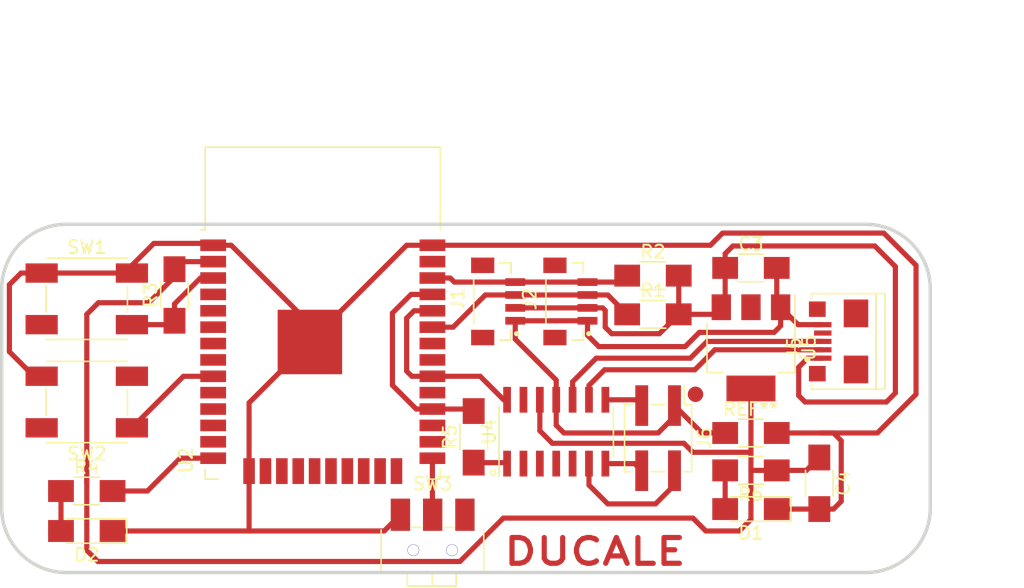
<source format=kicad_pcb>
(kicad_pcb (version 20211014) (generator pcbnew)
  (layers (0 "F.Cu" signal) (31 "B.Cu" signal) (34 "B.Paste" user) (35 "F.Paste" user) (36 "B.SilkS" user "B.Silkscreen") (37 "F.SilkS" user "F.Silkscreen") (38 "B.Mask" user) (39 "F.Mask" user) (44 "Edge.Cuts" user))
  (net 0 "")
  (net 1 "Net-(J2-PadS1)")
  (net 2 "Net-(R3-Pad1)")
  (net 3 "GND")
  (net 4 "+3V3")
  (net 5 "Net-(SW2-Pad1)")
  (net 6 "+5V")
  (net 7 "Net-(D1-Pad2)")
  (net 8 "Net-(SW3-Pad2)")
  (net 9 "SDA")
  (net 10 "SCL")
  (net 11 "D-")
  (net 12 "D+")
  (net 19 "RST")
  (net 32 "DIO")
  (net 38 "CLK")
  (net 39 "RX")
  (net 42 "TX")
  (net 48 "Net-(J1-PadS1)")
  (net 49 "Net-(D2-Pad2)")
  (net 50 "Net-(R4-Pad2)")
  (net 52 "Net-(R5-Pad1)")
  (footprint "fab:C_1206" (layer "F.Cu") (at 161.6 78.6 -90)
    (fp_text reference "C4" (at 0 -1.85 90) (layer "F.SilkS"))
    (fp_text value "1uF")
    (fp_line (start -1 -1.07) (end 1 -1.07) (layer "F.SilkS") (width 0.12))
    (fp_line (start 1 1.07) (end -1 1.07) (layer "F.SilkS") (width 0.12))
    (pad "1" smd rect (at -2 0 270) (size 2 1.7) (layers "F.Cu" "F.Paste" "F.Mask") (net 4 "+3V3"))
    (pad "2" smd rect (at 2 0 270) (size 2 1.7) (layers "F.Cu" "F.Paste" "F.Mask") (net 3 "GND"))
  )
  (footprint "fab:Button_Omron_B3SN_6.0x6.0mm" (layer "F.Cu") (at 104.8 64.3)
    (fp_text reference "SW1" (at 0 -4) (layer "F.SilkS"))
    (fp_text value "Button")
    (fp_line (start 3.15 3.15) (end -3.15 3.15) (layer "F.SilkS") (width 0.12))
    (fp_line (start -3.15 -3.15) (end 3.15 -3.15) (layer "F.SilkS") (width 0.12))
    (fp_line (start -3.15 1) (end -3.15 -1) (layer "F.SilkS") (width 0.12))
    (fp_line (start 3.15 -1) (end 3.15 1) (layer "F.SilkS") (width 0.12))
    (pad "1" smd rect (at 3.5 -2) (size 2.5 1.5) (layers "F.Cu" "F.Paste" "F.Mask") (net 3 "GND"))
    (pad "1" smd rect (at -3.5 -2) (size 2.5 1.5) (layers "F.Cu" "F.Paste" "F.Mask") (net 3 "GND"))
    (pad "2" smd rect (at -3.5 2) (size 2.5 1.5) (layers "F.Cu" "F.Paste" "F.Mask") (net 2 "Net-(R3-Pad1)"))
    (pad "2" smd rect (at 3.5 2) (size 2.5 1.5) (layers "F.Cu" "F.Paste" "F.Mask") (net 2 "Net-(R3-Pad1)"))
  )
  (footprint "fab:R_1206" (layer "F.Cu") (at 156.3 77.6 180)
    (fp_text reference "R6" (at 0 -1.85) (layer "F.SilkS"))
    (fp_text value "1K")
    (fp_line (start -1 -1.07) (end 1 -1.07) (layer "F.SilkS") (width 0.12))
    (fp_line (start 1 1.07) (end -1 1.07) (layer "F.SilkS") (width 0.12))
    (pad "1" smd rect locked (at -2 0 180) (size 2 1.7) (layers "F.Cu" "F.Paste" "F.Mask") (net 4 "+3V3"))
    (pad "2" smd rect locked (at 2 0 180) (size 2 1.7) (layers "F.Cu" "F.Paste" "F.Mask") (net 7 "Net-(D1-Pad2)"))
  )
  (footprint "fab:C_1206" (layer "F.Cu") (at 156.3 61.9)
    (fp_text reference "C3" (at 0 -1.85) (layer "F.SilkS"))
    (fp_text value "1uF")
    (fp_line (start -1 -1.07) (end 1 -1.07) (layer "F.SilkS") (width 0.12))
    (fp_line (start 1 1.07) (end -1 1.07) (layer "F.SilkS") (width 0.12))
    (pad "1" smd rect (at -2 0) (size 2 1.7) (layers "F.Cu" "F.Paste" "F.Mask") (net 6 "+5V"))
    (pad "2" smd rect (at 2 0) (size 2 1.7) (layers "F.Cu" "F.Paste" "F.Mask") (net 3 "GND"))
  )
  (footprint "fab:PinHeader_2x02_SWD_P2.54mm_Vertical_SMD" (layer "F.Cu") (at 149.1 75.1 -90)
    (fp_text reference "J6" (at 0 -3.6 90) (layer "F.SilkS"))
    (fp_text value "Programmer")
    (fp_circle (center -3.4 -2.9) (end -2.9 -2.9) (layer "F.Cu") (width 0.2) (fill solid))
    (fp_line (start 2.6 2.03) (end 2.6 2.6) (layer "F.SilkS") (width 0.12))
    (fp_line (start -2.6 -2.6) (end -2.6 -2.03) (layer "F.SilkS") (width 0.12))
    (fp_line (start 2.6 -0.51) (end 2.6 0.51) (layer "F.SilkS") (width 0.12))
    (fp_line (start -2.6 2.6) (end 2.6 2.6) (layer "F.SilkS") (width 0.12))
    (fp_line (start -2.6 2.03) (end -2.6 2.6) (layer "F.SilkS") (width 0.12))
    (fp_line (start -2.6 -0.51) (end -2.6 0.51) (layer "F.SilkS") (width 0.12))
    (fp_line (start -4.04 -2.03) (end -2.6 -2.03) (layer "F.SilkS") (width 0.12))
    (fp_line (start -2.6 -2.6) (end 2.6 -2.6) (layer "F.SilkS") (width 0.12))
    (fp_line (start 2.6 -2.6) (end 2.6 -2.03) (layer "F.SilkS") (width 0.12))
    (pad "1" smd rect (at -2.525 -1.27 270) (size 3.15 1) (layers "F.Cu" "F.Paste" "F.Mask") (net 3 "GND"))
    (pad "2" smd rect (at 2.525 -1.27 270) (size 3.15 1) (layers "F.Cu" "F.Paste" "F.Mask") (net 19 "RST"))
    (pad "3" smd rect (at -2.525 1.27 270) (size 3.15 1) (layers "F.Cu" "F.Paste" "F.Mask") (net 32 "DIO"))
    (pad "4" smd rect (at 2.525 1.27 270) (size 3.15 1) (layers "F.Cu" "F.Paste" "F.Mask") (net 38 "CLK"))
  )
  (footprint "fab:R_1206" (layer "F.Cu") (at 156.3 74.7)
    (fp_text reference "REF**" (at 0 -1.85) (layer "F.SilkS"))
    (fp_text value "R_1206")
    (fp_line (start 1 1.07) (end -1 1.07) (layer "F.SilkS") (width 0.12))
    (fp_line (start -1 -1.07) (end 1 -1.07) (layer "F.SilkS") (width 0.12))
    (pad "1" smd rect locked (at -2 0) (size 2 1.7) (layers "F.Cu" "F.Paste" "F.Mask") (net 3 "GND"))
    (pad "2" smd rect locked (at 2 0) (size 2 1.7) (layers "F.Cu" "F.Paste" "F.Mask") (net 3 "GND"))
  )
  (footprint "fab:R_1206" (layer "F.Cu") (at 111.6 64 90)
    (fp_text reference "R3" (at 0 -1.85 90) (layer "F.SilkS"))
    (fp_text value "10K")
    (fp_line (start -1 -1.07) (end 1 -1.07) (layer "F.SilkS") (width 0.12))
    (fp_line (start 1 1.07) (end -1 1.07) (layer "F.SilkS") (width 0.12))
    (pad "1" smd rect locked (at -2 0 90) (size 2 1.7) (layers "F.Cu" "F.Paste" "F.Mask") (net 2 "Net-(R3-Pad1)"))
    (pad "2" smd rect locked (at 2 0 90) (size 2 1.7) (layers "F.Cu" "F.Paste" "F.Mask") (net 4 "+3V3"))
  )
  (footprint "fab:ESP32-WROOM-32E" (layer "F.Cu") (at 123.1 68.4)
    (fp_text reference "U2" (at -10.61 8.43 90) (layer "F.SilkS"))
    (fp_text value "Radio_ESP32-WROOM-32E")
    (fp_line (start -9.12 -15.865) (end 9.12 -15.865) (layer "F.SilkS") (width 0.12))
    (fp_line (start 9.12 9.1) (end 9.12 9.88) (layer "F.SilkS") (width 0.12))
    (fp_line (start 9.12 9.88) (end 8.12 9.88) (layer "F.SilkS") (width 0.12))
    (fp_line (start 9.12 -15.865) (end 9.12 -9.445) (layer "F.SilkS") (width 0.12))
    (fp_line (start -9.12 9.1) (end -9.12 9.88) (layer "F.SilkS") (width 0.12))
    (fp_line (start -9.12 9.88) (end -8.12 9.88) (layer "F.SilkS") (width 0.12))
    (fp_line (start -9.12 -9.445) (end -9.5 -9.445) (layer "F.SilkS") (width 0.12))
    (fp_line (start -9.12 -15.865) (end -9.12 -9.445) (layer "F.SilkS") (width 0.12))
    (pad "1" smd rect locked (at -8.5 -8.255) (size 2 0.9) (layers "F.Cu" "F.Paste" "F.Mask") (net 3 "GND"))
    (pad "2" smd rect locked (at -8.5 -6.985) (size 2 0.9) (layers "F.Cu" "F.Paste" "F.Mask") (net 4 "+3V3"))
    (pad "3" smd rect locked (at -8.5 -5.715) (size 2 0.9) (layers "F.Cu" "F.Paste" "F.Mask") (net 2 "Net-(R3-Pad1)"))
    (pad "4" smd rect locked (at -8.5 -4.445) (size 2 0.9) (layers "F.Cu" "F.Paste" "F.Mask"))
    (pad "5" smd rect locked (at -8.5 -3.175) (size 2 0.9) (layers "F.Cu" "F.Paste" "F.Mask"))
    (pad "6" smd rect locked (at -8.5 -1.905) (size 2 0.9) (layers "F.Cu" "F.Paste" "F.Mask"))
    (pad "7" smd rect locked (at -8.5 -0.635) (size 2 0.9) (layers "F.Cu" "F.Paste" "F.Mask"))
    (pad "8" smd rect locked (at -8.5 0.635) (size 2 0.9) (layers "F.Cu" "F.Paste" "F.Mask"))
    (pad "9" smd rect locked (at -8.5 1.905) (size 2 0.9) (layers "F.Cu" "F.Paste" "F.Mask") (net 5 "Net-(SW2-Pad1)"))
    (pad "10" smd rect locked (at -8.5 3.175) (size 2 0.9) (layers "F.Cu" "F.Paste" "F.Mask"))
    (pad "11" smd rect locked (at -8.5 4.445) (size 2 0.9) (layers "F.Cu" "F.Paste" "F.Mask"))
    (pad "12" smd rect locked (at -8.5 5.715) (size 2 0.9) (layers "F.Cu" "F.Paste" "F.Mask"))
    (pad "13" smd rect locked (at -8.5 6.985) (size 2 0.9) (layers "F.Cu" "F.Paste" "F.Mask"))
    (pad "14" smd rect locked (at -8.5 8.255) (size 2 0.9) (layers "F.Cu" "F.Paste" "F.Mask") (net 50 "Net-(R4-Pad2)"))
    (pad "15" smd rect locked (at -5.715 9.255 90) (size 2 0.9) (layers "F.Cu" "F.Paste" "F.Mask") (net 3 "GND"))
    (pad "16" smd rect locked (at -4.445 9.255 90) (size 2 0.9) (layers "F.Cu" "F.Paste" "F.Mask"))
    (pad "17" smd rect locked (at -3.175 9.255 90) (size 2 0.9) (layers "F.Cu" "F.Paste" "F.Mask"))
    (pad "18" smd rect locked (at -1.905 9.255 90) (size 2 0.9) (layers "F.Cu" "F.Paste" "F.Mask"))
    (pad "19" smd rect locked (at -0.635 9.255 90) (size 2 0.9) (layers "F.Cu" "F.Paste" "F.Mask"))
    (pad "20" smd rect locked (at 0.635 9.255 90) (size 2 0.9) (layers "F.Cu" "F.Paste" "F.Mask"))
    (pad "21" smd rect locked (at 1.905 9.255 90) (size 2 0.9) (layers "F.Cu" "F.Paste" "F.Mask"))
    (pad "22" smd rect locked (at 3.175 9.255 90) (size 2 0.9) (layers "F.Cu" "F.Paste" "F.Mask"))
    (pad "23" smd rect locked (at 4.445 9.255 90) (size 2 0.9) (layers "F.Cu" "F.Paste" "F.Mask"))
    (pad "24" smd rect locked (at 5.715 9.255 90) (size 2 0.9) (layers "F.Cu" "F.Paste" "F.Mask"))
    (pad "25" smd rect locked (at 8.5 8.255) (size 2 0.9) (layers "F.Cu" "F.Paste" "F.Mask") (net 8 "Net-(SW3-Pad2)"))
    (pad "26" smd rect locked (at 8.5 6.985) (size 2 0.9) (layers "F.Cu" "F.Paste" "F.Mask"))
    (pad "27" smd rect locked (at 8.5 5.715) (size 2 0.9) (layers "F.Cu" "F.Paste" "F.Mask"))
    (pad "28" smd rect locked (at 8.5 4.445) (size 2 0.9) (layers "F.Cu" "F.Paste" "F.Mask") (net 39 "RX"))
    (pad "29" smd rect locked (at 8.5 3.175) (size 2 0.9) (layers "F.Cu" "F.Paste" "F.Mask"))
    (pad "30" smd rect locked (at 8.5 1.905) (size 2 0.9) (layers "F.Cu" "F.Paste" "F.Mask") (net 42 "TX"))
    (pad "31" smd rect locked (at 8.5 0.635) (size 2 0.9) (layers "F.Cu" "F.Paste" "F.Mask"))
    (pad "32" smd rect locked (at 8.5 -0.635) (size 2 0.9) (layers "F.Cu" "F.Paste" "F.Mask"))
    (pad "33" smd rect locked (at 8.5 -1.905) (size 2 0.9) (layers "F.Cu" "F.Paste" "F.Mask") (net 9 "SDA"))
    (pad "34" smd rect locked (at 8.5 -3.175) (size 2 0.9) (layers "F.Cu" "F.Paste" "F.Mask") (net 42 "TX"))
    (pad "35" smd rect locked (at 8.5 -4.445) (size 2 0.9) (layers "F.Cu" "F.Paste" "F.Mask") (net 39 "RX"))
    (pad "36" smd rect locked (at 8.5 -5.715) (size 2 0.9) (layers "F.Cu" "F.Paste" "F.Mask") (net 10 "SCL"))
    (pad "37" smd rect locked (at 8.5 -6.985) (size 2 0.9) (layers "F.Cu" "F.Paste" "F.Mask"))
    (pad "38" smd rect locked (at 8.5 -8.255) (size 2 0.9) (layers "F.Cu" "F.Paste" "F.Mask") (net 3 "GND"))
    (pad "39" smd rect locked (at -1 -0.755) (size 5 5) (layers "F.Cu" "F.Paste" "F.Mask") (net 3 "GND"))
  )
  (footprint "Package_TO_SOT_SMD:SOT-223-3_TabPin2" (layer "F.Cu") (at 156.3 68.1 -90)
    (fp_text reference "U5" (at 0 -4.5 90) (layer "F.SilkS"))
    (fp_text value "AMS1117-3.3")
    (fp_line (start -1.85 3.41) (end 1.91 3.41) (layer "F.SilkS") (width 0.12))
    (fp_line (start 1.91 -3.41) (end 1.91 -2.15) (layer "F.SilkS") (width 0.12))
    (fp_line (start -4.1 -3.41) (end 1.91 -3.41) (layer "F.SilkS") (width 0.12))
    (fp_line (start 1.91 3.41) (end 1.91 2.15) (layer "F.SilkS") (width 0.12))
    (pad "1" smd rect (at -3.15 -2.3 270) (size 2 1.5) (layers "F.Cu" "F.Paste" "F.Mask") (net 3 "GND"))
    (pad "2" smd rect (at 3.15 0 270) (size 2 3.8) (layers "F.Cu" "F.Paste" "F.Mask") (net 4 "+3V3"))
    (pad "2" smd rect (at -3.15 0 270) (size 2 1.5) (layers "F.Cu" "F.Paste" "F.Mask") (net 4 "+3V3"))
    (pad "3" smd rect (at -3.15 2.3 270) (size 2 1.5) (layers "F.Cu" "F.Paste" "F.Mask") (net 6 "+5V"))
  )
  (footprint "BM04B-SRSS-TB_LF__SN_:CONN_BM04B-SRSS-TB(LF)(SN)" (layer "F.Cu") (at 142.3 64.5 90)
    (fp_text reference "J2" (at 0.175 -3.15 90) (layer "F.SilkS"))
    (fp_text value "BM04B-SRSS-TB(LF)(SN)")
    (fp_line (start -3 0.125) (end -3 1) (layer "F.SilkS") (width 0.127))
    (fp_line (start 3 1) (end 2.2 1) (layer "F.SilkS") (width 0.127))
    (fp_line (start -1.7 -1.9) (end 1.7 -1.9) (layer "F.SilkS") (width 0.127))
    (fp_line (start -3 1) (end -2.2 1) (layer "F.SilkS") (width 0.127))
    (fp_line (start 3 0.125) (end 3 1) (layer "F.SilkS") (width 0.127))
    (fp_circle (center -2.5 1.425) (end -2.4 1.425) (layer "F.SilkS") (width 0.2) (fill none))
    (pad "1" smd rect locked (at -1.5 1.325 90) (size 0.6 1.55) (layers "F.Cu" "F.Paste" "F.Mask") (net 3 "GND"))
    (pad "2" smd rect locked (at -0.5 1.325 90) (size 0.6 1.55) (layers "F.Cu" "F.Paste" "F.Mask") (net 6 "+5V"))
    (pad "3" smd rect locked (at 0.5 1.325 90) (size 0.6 1.55) (layers "F.Cu" "F.Paste" "F.Mask") (net 9 "SDA"))
    (pad "4" smd rect locked (at 1.5 1.325 90) (size 0.6 1.55) (layers "F.Cu" "F.Paste" "F.Mask") (net 10 "SCL"))
    (pad "S1" smd rect locked (at -2.8 -1.2 90) (size 1.2 1.8) (layers "F.Cu" "F.Paste" "F.Mask") (net 1 "Net-(J2-PadS1)"))
    (pad "S2" smd rect locked (at 2.8 -1.2 90) (size 1.2 1.8) (layers "F.Cu" "F.Paste" "F.Mask") (net 1 "Net-(J2-PadS1)"))
  )
  (footprint "fab:LED_1206" (layer "F.Cu") (at 104.8 82.3 180)
    (fp_text reference "D2" (at 0 -1.85) (layer "F.SilkS"))
    (fp_text value "LED_1206")
    (fp_line (start -3.1 -0.95) (end 1.6 -0.95) (layer "F.SilkS") (width 0.12))
    (fp_line (start -3.1 -0.95) (end -3.1 0.95) (layer "F.SilkS") (width 0.12))
    (fp_line (start -3.1 0.95) (end 1.6 0.95) (layer "F.SilkS") (width 0.12))
    (pad "1" smd rect locked (at -2 0 180) (size 2 1.7) (layers "F.Cu" "F.Paste" "F.Mask") (net 3 "GND"))
    (pad "2" smd rect locked (at 2 0 180) (size 2 1.7) (layers "F.Cu" "F.Paste" "F.Mask") (net 49 "Net-(D2-Pad2)"))
  )
  (footprint "fab:R_1206" (layer "F.Cu") (at 148.7 62.5)
    (fp_text reference "R2" (at 0 -1.85) (layer "F.SilkS"))
    (fp_text value "4.7K")
    (fp_line (start 1 1.07) (end -1 1.07) (layer "F.SilkS") (width 0.12))
    (fp_line (start -1 -1.07) (end 1 -1.07) (layer "F.SilkS") (width 0.12))
    (pad "1" smd rect locked (at -2 0) (size 2 1.7) (layers "F.Cu" "F.Paste" "F.Mask") (net 10 "SCL"))
    (pad "2" smd rect locked (at 2 0) (size 2 1.7) (layers "F.Cu" "F.Paste" "F.Mask") (net 6 "+5V"))
  )
  (footprint "fab:Button_Omron_B3SN_6.0x6.0mm" (layer "F.Cu") (at 104.8 72.3 180)
    (fp_text reference "SW2" (at 0 -4) (layer "F.SilkS"))
    (fp_text value "Button")
    (fp_line (start 3.15 -1) (end 3.15 1) (layer "F.SilkS") (width 0.12))
    (fp_line (start -3.15 -3.15) (end 3.15 -3.15) (layer "F.SilkS") (width 0.12))
    (fp_line (start -3.15 1) (end -3.15 -1) (layer "F.SilkS") (width 0.12))
    (fp_line (start 3.15 3.15) (end -3.15 3.15) (layer "F.SilkS") (width 0.12))
    (pad "1" smd rect (at -3.5 -2 180) (size 2.5 1.5) (layers "F.Cu" "F.Paste" "F.Mask") (net 5 "Net-(SW2-Pad1)"))
    (pad "1" smd rect (at 3.5 -2 180) (size 2.5 1.5) (layers "F.Cu" "F.Paste" "F.Mask") (net 5 "Net-(SW2-Pad1)"))
    (pad "2" smd rect (at 3.5 2 180) (size 2.5 1.5) (layers "F.Cu" "F.Paste" "F.Mask") (net 3 "GND"))
    (pad "2" smd rect (at -3.5 2 180) (size 2.5 1.5) (layers "F.Cu" "F.Paste" "F.Mask") (net 3 "GND"))
  )
  (footprint "fab:SOIC-14_3.9x8.7mm_P1.27mm" (layer "F.Cu") (at 141.2 74.6 90)
    (fp_text reference "U4" (at 0 -5.2 90) (layer "F.SilkS"))
    (fp_text value "SAMD11C14A")
    (fp_line (start 0 -4.435) (end 1.95 -4.435) (layer "F.SilkS") (width 0.12))
    (fp_line (start 0 4.435) (end 1.95 4.435) (layer "F.SilkS") (width 0.12))
    (fp_line (start 0 -4.435) (end -3.45 -4.435) (layer "F.SilkS") (width 0.12))
    (fp_line (start 0 4.435) (end -1.95 4.435) (layer "F.SilkS") (width 0.12))
    (fp_circle (center -3.2 -4.9) (end -3.2 -4.7) (layer "F.SilkS") (width 0.12) (fill none))
    (pad "1" smd rect (at -2.475 -3.81 90) (size 2 0.6) (layers "F.Cu" "F.Paste" "F.Mask") (net 52 "Net-(R5-Pad1)"))
    (pad "2" smd rect (at -2.475 -2.54 90) (size 2 0.6) (layers "F.Cu" "F.Paste" "F.Mask"))
    (pad "3" smd rect (at -2.475 -1.27 90) (size 2 0.6) (layers "F.Cu" "F.Paste" "F.Mask"))
    (pad "4" smd rect (at -2.475 0 90) (size 2 0.6) (layers "F.Cu" "F.Paste" "F.Mask"))
    (pad "5" smd rect (at -2.475 1.27 90) (size 2 0.6) (layers "F.Cu" "F.Paste" "F.Mask"))
    (pad "6" smd rect (at -2.475 2.54 90) (size 2 0.6) (layers "F.Cu" "F.Paste" "F.Mask") (net 19 "RST"))
    (pad "7" smd rect (at -2.475 3.81 90) (size 2 0.6) (layers "F.Cu" "F.Paste" "F.Mask") (net 38 "CLK"))
    (pad "8" smd rect (at 2.475 3.81 90) (size 2 0.6) (layers "F.Cu" "F.Paste" "F.Mask") (net 32 "DIO"))
    (pad "9" smd rect (at 2.475 2.54 90) (size 2 0.6) (layers "F.Cu" "F.Paste" "F.Mask") (net 11 "D-"))
    (pad "10" smd rect (at 2.475 1.27 90) (size 2 0.6) (layers "F.Cu" "F.Paste" "F.Mask") (net 12 "D+"))
    (pad "11" smd rect (at 2.475 0 90) (size 2 0.6) (layers "F.Cu" "F.Paste" "F.Mask") (net 3 "GND"))
    (pad "12" smd rect (at 2.475 -1.27 90) (size 2 0.6) (layers "F.Cu" "F.Paste" "F.Mask") (net 4 "+3V3"))
    (pad "13" smd rect (at 2.475 -2.54 90) (size 2 0.6) (layers "F.Cu" "F.Paste" "F.Mask"))
    (pad "14" smd rect (at 2.475 -3.81 90) (size 2 0.6) (layers "F.Cu" "F.Paste" "F.Mask") (net 42 "TX"))
  )
  (footprint "fab:R_1206" (layer "F.Cu") (at 104.8 79.2)
    (fp_text reference "R4" (at 0 -1.85) (layer "F.SilkS"))
    (fp_text value "1K")
    (fp_line (start 1 1.07) (end -1 1.07) (layer "F.SilkS") (width 0.12))
    (fp_line (start -1 -1.07) (end 1 -1.07) (layer "F.SilkS") (width 0.12))
    (pad "1" smd rect locked (at -2 0) (size 2 1.7) (layers "F.Cu" "F.Paste" "F.Mask") (net 49 "Net-(D2-Pad2)"))
    (pad "2" smd rect locked (at 2 0) (size 2 1.7) (layers "F.Cu" "F.Paste" "F.Mask") (net 50 "Net-(R4-Pad2)"))
  )
  (footprint "fab:R_1206" (layer "F.Cu") (at 134.8 75 90)
    (fp_text reference "R5" (at 0 -1.85 90) (layer "F.SilkS"))
    (fp_text value "4.99k")
    (fp_line (start -1 -1.07) (end 1 -1.07) (layer "F.SilkS") (width 0.12))
    (fp_line (start 1 1.07) (end -1 1.07) (layer "F.SilkS") (width 0.12))
    (pad "1" smd rect locked (at -2 0 90) (size 2 1.7) (layers "F.Cu" "F.Paste" "F.Mask") (net 52 "Net-(R5-Pad1)"))
    (pad "2" smd rect locked (at 2 0 90) (size 2 1.7) (layers "F.Cu" "F.Paste" "F.Mask") (net 39 "RX"))
  )
  (footprint "fab:LED_1206" (layer "F.Cu") (at 156.3 80.6 180)
    (fp_text reference "D1" (at 0 -1.85) (layer "F.SilkS"))
    (fp_text value "BLUE")
    (fp_line (start -3.1 -0.95) (end 1.6 -0.95) (layer "F.SilkS") (width 0.12))
    (fp_line (start -3.1 0.95) (end 1.6 0.95) (layer "F.SilkS") (width 0.12))
    (fp_line (start -3.1 -0.95) (end -3.1 0.95) (layer "F.SilkS") (width 0.12))
    (pad "1" smd rect locked (at -2 0 180) (size 2 1.7) (layers "F.Cu" "F.Paste" "F.Mask") (net 3 "GND"))
    (pad "2" smd rect locked (at 2 0 180) (size 2 1.7) (layers "F.Cu" "F.Paste" "F.Mask") (net 7 "Net-(D1-Pad2)"))
  )
  (footprint "Connector_USB:MicroUSB_DX4R005HJ5R2000" (layer "F.Cu") (at 161.87 67.6 90)
    (fp_text reference "J5" (at -0.525365 -2.236565 90) (layer "F.SilkS") (effects (font (size 1.000701 1.000701))))
    (fp_text value "USB_B_Micro")
    (fp_line (start 3.71 -0.875) (end 3.3 -0.875) (layer "F.SilkS") (width 0.127))
    (fp_line (start -3.71 4.825) (end 3.71 4.825) (layer "F.SilkS") (width 0.127))
    (fp_line (start -3.71 -0.875) (end -3.3 -0.875) (layer "F.SilkS") (width 0.127))
    (fp_line (start 3.71 4.125) (end 3.71 4.8) (layer "F.SilkS") (width 0.127))
    (fp_line (start -3.71 4.125) (end 3.71 4.125) (layer "F.SilkS") (width 0.127))
    (fp_line (start 3.71 -0.875) (end 3.71 4.125) (layer "F.SilkS") (width 0.127))
    (fp_line (start -3.71 4.125) (end -3.71 -0.875) (layer "F.SilkS") (width 0.127))
    (fp_line (start -3.71 4.125) (end -3.71 4.8) (layer "F.SilkS") (width 0.127))
    (fp_circle (center -1.4 -1.2) (end -1.28 -1.2) (layer "F.SilkS") (width 0.24) (fill none))
    (pad "1" smd rect (at -1.3 0 90) (size 0.4 1.35) (layers "F.Cu" "F.Paste" "F.Mask") (net 6 "+5V"))
    (pad "2" smd rect (at -0.65 0 90) (size 0.4 1.35) (layers "F.Cu" "F.Paste" "F.Mask") (net 11 "D-"))
    (pad "3" smd rect (at 0 0 90) (size 0.4 1.35) (layers "F.Cu" "F.Paste" "F.Mask") (net 12 "D+"))
    (pad "4" smd rect (at 0.65 0 90) (size 0.4 1.35) (layers "F.Cu" "F.Paste" "F.Mask"))
    (pad "5" smd rect (at 1.3 0 90) (size 0.4 1.35) (layers "F.Cu" "F.Paste" "F.Mask") (net 3 "GND"))
    (pad "SH1" smd rect (at -2.5 -0.425 90) (size 1.2 1.3) (layers "F.Cu" "F.Paste" "F.Mask"))
    (pad "SH2" smd rect (at 2.5 -0.425 90) (size 1.2 1.3) (layers "F.Cu" "F.Paste" "F.Mask"))
    (pad "SH3" smd rect (at -2.175 2.575 90) (size 2.15 1.9) (layers "F.Cu" "F.Paste" "F.Mask"))
    (pad "SH4" smd rect (at 2.175 2.575 90) (size 2.15 1.9) (layers "F.Cu" "F.Paste" "F.Mask"))
  )
  (footprint "BM04B-SRSS-TB_LF__SN_:CONN_BM04B-SRSS-TB(LF)(SN)" (layer "F.Cu") (at 136.7 64.5 90)
    (fp_text reference "J1" (at 0.175 -3.15 90) (layer "F.SilkS"))
    (fp_text value "BM04B-SRSS-TB(LF)(SN)")
    (fp_line (start -3 1) (end -2.2 1) (layer "F.SilkS") (width 0.127))
    (fp_line (start 3 1) (end 2.2 1) (layer "F.SilkS") (width 0.127))
    (fp_line (start 3 0.125) (end 3 1) (layer "F.SilkS") (width 0.127))
    (fp_line (start -1.7 -1.9) (end 1.7 -1.9) (layer "F.SilkS") (width 0.127))
    (fp_line (start -3 0.125) (end -3 1) (layer "F.SilkS") (width 0.127))
    (fp_circle (center -2.5 1.425) (end -2.4 1.425) (layer "F.SilkS") (width 0.2) (fill none))
    (pad "1" smd rect locked (at -1.5 1.325 90) (size 0.6 1.55) (layers "F.Cu" "F.Paste" "F.Mask") (net 3 "GND"))
    (pad "2" smd rect locked (at -0.5 1.325 90) (size 0.6 1.55) (layers "F.Cu" "F.Paste" "F.Mask") (net 6 "+5V"))
    (pad "3" smd rect locked (at 0.5 1.325 90) (size 0.6 1.55) (layers "F.Cu" "F.Paste" "F.Mask") (net 9 "SDA"))
    (pad "4" smd rect locked (at 1.5 1.325 90) (size 0.6 1.55) (layers "F.Cu" "F.Paste" "F.Mask") (net 10 "SCL"))
    (pad "S1" smd rect locked (at -2.8 -1.2 90) (size 1.2 1.8) (layers "F.Cu" "F.Paste" "F.Mask") (net 48 "Net-(J1-PadS1)"))
    (pad "S2" smd rect locked (at 2.8 -1.2 90) (size 1.2 1.8) (layers "F.Cu" "F.Paste" "F.Mask") (net 48 "Net-(J1-PadS1)"))
  )
  (footprint "fab:R_1206" (layer "F.Cu") (at 148.7 65.5)
    (fp_text reference "R1" (at 0 -1.85) (layer "F.SilkS"))
    (fp_text value "4.7K")
    (fp_line (start 1 1.07) (end -1 1.07) (layer "F.SilkS") (width 0.12))
    (fp_line (start -1 -1.07) (end 1 -1.07) (layer "F.SilkS") (width 0.12))
    (pad "1" smd rect locked (at -2 0) (size 2 1.7) (layers "F.Cu" "F.Paste" "F.Mask") (net 9 "SDA"))
    (pad "2" smd rect locked (at 2 0) (size 2 1.7) (layers "F.Cu" "F.Paste" "F.Mask") (net 6 "+5V"))
  )
  (footprint "fab:Switch_SPDT_CnK_AYZ0102AGRLC_7.2x3mm_P2.5mm" (layer "F.Cu") (at 131.62 83.79)
    (fp_text reference "SW3" (at -0.01 -5.15) (layer "F.SilkS"))
    (fp_text value "Switch")
    (fp_line (start -4 -1.56) (end -4 1.73) (layer "F.SilkS") (width 0.12))
    (fp_line (start 0.8 -1.77) (end 1.67 -1.77) (layer "F.SilkS") (width 0.12))
    (fp_line (start -1.97 2.78) (end 1.82 2.78) (layer "F.SilkS") (width 0.12))
    (fp_line (start -1.97 1.84) (end -1.97 2.78) (layer "F.SilkS") (width 0.12))
    (fp_line (start -0.02 1.82) (end -0.02 2.77) (layer "F.SilkS") (width 0.12))
    (fp_line (start 1.82 2.78) (end 1.82 1.84) (layer "F.SilkS") (width 0.12))
    (fp_line (start -1.68 -1.78) (end -0.83 -1.78) (layer "F.SilkS") (width 0.12))
    (fp_line (start 3.96 -1.6) (end 3.96 1.67) (layer "F.SilkS") (width 0.12))
    (pad "" np_thru_hole circle (at 1.5 0) (size 0.9 0.9) (drill 0.85) (layers *.Cu *.Mask))
    (pad "" np_thru_hole circle (at -1.5 0) (size 0.9 0.9) (drill 0.85) (layers *.Cu *.Mask))
    (pad "1" smd rect (at -2.5 -2.75) (size 1.5 2.5) (layers "F.Cu" "F.Paste" "F.Mask") (net 3 "GND"))
    (pad "2" smd rect (at 0 -2.75) (size 1.5 2.5) (layers "F.Cu" "F.Paste" "F.Mask") (net 8 "Net-(SW3-Pad2)"))
    (pad "3" smd rect (at 2.5 -2.75) (size 1.5 2.5) (layers "F.Cu" "F.Paste" "F.Mask"))
  )
  (gr_line (start 169.978608 82.006015) (end 169.9 82.238336) (layer "Edge.Cuts") (width 0.264582))
  (gr_line (start 166.211072 85.417586) (end 165.964849 85.461557) (layer "Edge.Cuts") (width 0.264582))
  (gr_line (start 169.479531 60.926485) (end 169.599925 61.13587) (layer "Edge.Cuts") (width 0.264582))
  (gr_line (start 169.9 61.8) (end 169.978608 62.03232) (layer "Edge.Cuts") (width 0.264582))
  (gr_line (start 98.428187 62.03232) (end 98.506795 61.8) (layer "Edge.Cuts") (width 0.264582))
  (gr_line (start 100.022932 59.660924) (end 100.211817 59.51249) (layer "Edge.Cuts") (width 0.264582))
  (gr_line (start 100.610715 84.795301) (end 100.407849 84.665247) (layer "Edge.Cuts") (width 0.264582))
  (gr_line (start 102.195722 58.62075) (end 102.441945 58.576779) (layer "Edge.Cuts") (width 0.264582))
  (gr_line (start 167.149623 58.912092) (end 167.371104 59.012222) (layer "Edge.Cuts") (width 0.264582))
  (gr_line (start 169.9 82.238336) (end 169.810474 82.465394) (layer "Edge.Cuts") (width 0.264582))
  (gr_line (start 169.210075 83.510748) (end 169.061641 83.699633) (layer "Edge.Cuts") (width 0.264582))
  (gr_line (start 170.196893 63.261868) (end 170.203399 63.519168) (layer "Edge.Cuts") (width 0.264582))
  (gr_line (start 100.610715 59.243034) (end 100.820099 59.122641) (layer "Edge.Cuts") (width 0.264582))
  (gr_line (start 103.203396 58.519168) (end 103.203396 58.519168) (layer "Edge.Cuts") (width 0.264582))
  (gr_line (start 101.257171 85.126243) (end 101.03569 85.026114) (layer "Edge.Cuts") (width 0.264582))
  (gr_line (start 169.810474 61.572942) (end 169.9 61.8) (layer "Edge.Cuts") (width 0.264582))
  (gr_line (start 101.484229 85.215769) (end 101.257171 85.126243) (layer "Edge.Cuts") (width 0.264582))
  (gr_line (start 98.428187 82.006015) (end 98.36081 81.768746) (layer "Edge.Cuts") (width 0.264582))
  (gr_line (start 102.441945 85.461557) (end 102.195722 85.417586) (layer "Edge.Cuts") (width 0.264582))
  (gr_line (start 102.946097 58.525674) (end 103.203396 58.519168) (layer "Edge.Cuts") (width 0.264582))
  (gr_line (start 98.927263 60.926485) (end 99.057318 60.72362) (layer "Edge.Cuts") (width 0.264582))
  (gr_line (start 101.484229 58.822566) (end 101.716549 58.743958) (layer "Edge.Cuts") (width 0.264582))
  (gr_line (start 168.194977 84.525845) (end 167.998945 84.665247) (layer "Edge.Cuts") (width 0.264582))
  (gr_line (start 168.738932 84.054702) (end 168.565285 84.220259) (layer "Edge.Cuts") (width 0.264582))
  (gr_line (start 169.349477 83.314716) (end 169.210075 83.510748) (layer "Edge.Cuts") (width 0.264582))
  (gr_line (start 98.229211 81.030389) (end 98.209903 80.776467) (layer "Edge.Cuts") (width 0.264582))
  (gr_line (start 165.203399 85.519168) (end 103.203396 85.519168) (layer "Edge.Cuts") (width 0.264582))
  (gr_line (start 99.667863 59.983634) (end 99.841509 59.818077) (layer "Edge.Cuts") (width 0.264582))
  (gr_line (start 101.953818 58.676581) (end 102.195722 58.62075) (layer "Edge.Cuts") (width 0.264582))
  (gr_line (start 101.257171 58.912092) (end 101.484229 58.822566) (layer "Edge.Cuts") (width 0.264582))
  (gr_line (start 166.452976 85.361755) (end 166.211072 85.417586) (layer "Edge.Cuts") (width 0.264582))
  (gr_line (start 168.194977 59.51249) (end 168.383862 59.660924) (layer "Edge.Cuts") (width 0.264582))
  (gr_line (start 102.195722 85.417586) (end 101.953818 85.361755) (layer "Edge.Cuts") (width 0.264582))
  (gr_line (start 165.203399 85.519168) (end 165.203399 85.519168) (layer "Edge.Cuts") (width 0.264582))
  (gr_line (start 169.599925 82.902465) (end 169.479531 83.11185) (layer "Edge.Cuts") (width 0.264582))
  (gr_line (start 165.714619 58.544982) (end 165.964849 58.576779) (layer "Edge.Cuts") (width 0.264582))
  (gr_line (start 165.714619 85.493353) (end 165.460698 85.512662) (layer "Edge.Cuts") (width 0.264582))
  (gr_line (start 169.479531 83.11185) (end 169.349477 83.314716) (layer "Edge.Cuts") (width 0.264582))
  (gr_line (start 169.978608 62.03232) (end 170.045985 62.26959) (layer "Edge.Cuts") (width 0.264582))
  (gr_line (start 101.716549 58.743958) (end 101.953818 58.676581) (layer "Edge.Cuts") (width 0.264582))
  (gr_line (start 101.953818 85.361755) (end 101.716549 85.294378) (layer "Edge.Cuts") (width 0.264582))
  (gr_line (start 166.922565 58.822566) (end 167.149623 58.912092) (layer "Edge.Cuts") (width 0.264582))
  (gr_line (start 166.690245 85.294378) (end 166.452976 85.361755) (layer "Edge.Cuts") (width 0.264582))
  (gr_line (start 170.145787 81.280619) (end 170.101816 81.526843) (layer "Edge.Cuts") (width 0.264582))
  (gr_line (start 168.383862 59.660924) (end 168.565285 59.818077) (layer "Edge.Cuts") (width 0.264582))
  (gr_line (start 165.203399 58.519168) (end 165.460698 58.525674) (layer "Edge.Cuts") (width 0.264582))
  (gr_line (start 98.596322 82.465394) (end 98.506795 82.238336) (layer "Edge.Cuts") (width 0.264582))
  (gr_line (start 100.211817 59.51249) (end 100.407849 59.373089) (layer "Edge.Cuts") (width 0.264582))
  (gr_line (start 101.716549 85.294378) (end 101.484229 85.215769) (layer "Edge.Cuts") (width 0.264582))
  (gr_line (start 101.03569 59.012222) (end 101.257171 58.912092) (layer "Edge.Cuts") (width 0.264582))
  (gr_line (start 98.209903 80.776467) (end 98.203397 80.519168) (layer "Edge.Cuts") (width 0.264582))
  (gr_line (start 167.796079 59.243034) (end 167.998945 59.373089) (layer "Edge.Cuts") (width 0.264582))
  (gr_line (start 169.061641 60.338703) (end 169.210075 60.527588) (layer "Edge.Cuts") (width 0.264582))
  (gr_line (start 168.565285 84.220259) (end 168.383862 84.377411) (layer "Edge.Cuts") (width 0.264582))
  (gr_line (start 98.506795 61.8) (end 98.596322 61.572942) (layer "Edge.Cuts") (width 0.264582))
  (gr_line (start 170.145787 62.757717) (end 170.177584 63.007947) (layer "Edge.Cuts") (width 0.264582))
  (gr_line (start 166.211072 58.62075) (end 166.452976 58.676581) (layer "Edge.Cuts") (width 0.264582))
  (gr_line (start 102.946097 85.512662) (end 102.692175 85.493353) (layer "Edge.Cuts") (width 0.264582))
  (gr_line (start 169.210075 60.527588) (end 169.349477 60.72362) (layer "Edge.Cuts") (width 0.264582))
  (gr_line (start 165.964849 58.576779) (end 166.211072 58.62075) (layer "Edge.Cuts") (width 0.264582))
  (gr_line (start 98.203397 80.519168) (end 98.203397 63.519168) (layer "Edge.Cuts") (width 0.264582))
  (gr_line (start 98.80687 61.13587) (end 98.927263 60.926485) (layer "Edge.Cuts") (width 0.264582))
  (gr_line (start 100.407849 84.665247) (end 100.211817 84.525845) (layer "Edge.Cuts") (width 0.264582))
  (gr_line (start 100.211817 84.525845) (end 100.022932 84.377411) (layer "Edge.Cuts") (width 0.264582))
  (gr_line (start 103.203396 85.519168) (end 102.946097 85.512662) (layer "Edge.Cuts") (width 0.264582))
  (gr_line (start 170.101816 62.511493) (end 170.145787 62.757717) (layer "Edge.Cuts") (width 0.264582))
  (gr_line (start 168.738932 59.983634) (end 168.904488 60.15728) (layer "Edge.Cuts") (width 0.264582))
  (gr_line (start 165.460698 85.512662) (end 165.203399 85.519168) (layer "Edge.Cuts") (width 0.264582))
  (gr_line (start 102.692175 58.544982) (end 102.946097 58.525674) (layer "Edge.Cuts") (width 0.264582))
  (gr_line (start 169.710344 61.351461) (end 169.810474 61.572942) (layer "Edge.Cuts") (width 0.264582))
  (gr_line (start 99.345154 83.699633) (end 99.19672 83.510748) (layer "Edge.Cuts") (width 0.264582))
  (gr_line (start 170.196893 80.776467) (end 170.177584 81.030389) (layer "Edge.Cuts") (width 0.264582))
  (gr_line (start 167.371104 59.012222) (end 167.586694 59.122641) (layer "Edge.Cuts") (width 0.264582))
  (gr_line (start 169.810474 82.465394) (end 169.710344 82.686875) (layer "Edge.Cuts") (width 0.264582))
  (gr_line (start 98.596322 61.572942) (end 98.696451 61.351461) (layer "Edge.Cuts") (width 0.264582))
  (gr_line (start 167.586694 84.915695) (end 167.371104 85.026114) (layer "Edge.Cuts") (width 0.264582))
  (gr_line (start 168.904488 83.881055) (end 168.738932 84.054702) (layer "Edge.Cuts") (width 0.264582))
  (gr_line (start 99.19672 83.510748) (end 99.057318 83.314716) (layer "Edge.Cuts") (width 0.264582))
  (gr_line (start 98.927263 83.11185) (end 98.80687 82.902465) (layer "Edge.Cuts") (width 0.264582))
  (gr_line (start 170.177584 81.030389) (end 170.145787 81.280619) (layer "Edge.Cuts") (width 0.264582))
  (gr_line (start 168.904488 60.15728) (end 169.061641 60.338703) (layer "Edge.Cuts") (width 0.264582))
  (gr_line (start 170.203399 63.519168) (end 170.203399 80.519168) (layer "Edge.Cuts") (width 0.264582))
  (gr_line (start 166.690245 58.743958) (end 166.922565 58.822566) (layer "Edge.Cuts") (width 0.264582))
  (gr_line (start 98.696451 82.686875) (end 98.596322 82.465394) (layer "Edge.Cuts") (width 0.264582))
  (gr_line (start 98.304979 81.526843) (end 98.261008 81.280619) (layer "Edge.Cuts") (width 0.264582))
  (gr_line (start 167.149623 85.126243) (end 166.922565 85.215769) (layer "Edge.Cuts") (width 0.264582))
  (gr_line (start 99.057318 83.314716) (end 98.927263 83.11185) (layer "Edge.Cuts") (width 0.264582))
  (gr_line (start 169.599925 61.13587) (end 169.710344 61.351461) (layer "Edge.Cuts") (width 0.264582))
  (gr_line (start 167.371104 85.026114) (end 167.149623 85.126243) (layer "Edge.Cuts") (width 0.264582))
  (gr_line (start 100.022932 84.377411) (end 99.841509 84.220259) (layer "Edge.Cuts") (width 0.264582))
  (gr_line (start 103.203396 58.519168) (end 165.203399 58.519168) (layer "Edge.Cuts") (width 0.264582))
  (gr_line (start 100.407849 59.373089) (end 100.610715 59.243034) (layer "Edge.Cuts") (width 0.264582))
  (gr_line (start 99.19672 60.527588) (end 99.345154 60.338703) (layer "Edge.Cuts") (width 0.264582))
  (gr_line (start 101.03569 85.026114) (end 100.820099 84.915695) (layer "Edge.Cuts") (width 0.264582))
  (gr_line (start 102.692175 85.493353) (end 102.441945 85.461557) (layer "Edge.Cuts") (width 0.264582))
  (gr_line (start 169.710344 82.686875) (end 169.599925 82.902465) (layer "Edge.Cuts") (width 0.264582))
  (gr_line (start 98.203397 80.519168) (end 98.203397 80.519168) (layer "Edge.Cuts") (width 0.264582))
  (gr_line (start 98.261008 62.757717) (end 98.304979 62.511493) (layer "Edge.Cuts") (width 0.264582))
  (gr_line (start 99.841509 59.818077) (end 100.022932 59.660924) (layer "Edge.Cuts") (width 0.264582))
  (gr_line (start 170.045985 81.768746) (end 169.978608 82.006015) (layer "Edge.Cuts") (width 0.264582))
  (gr_line (start 99.841509 84.220259) (end 99.667863 84.054702) (layer "Edge.Cuts") (width 0.264582))
  (gr_line (start 98.229211 63.007947) (end 98.261008 62.757717) (layer "Edge.Cuts") (width 0.264582))
  (gr_line (start 98.696451 61.351461) (end 98.80687 61.13587) (layer "Edge.Cuts") (width 0.264582))
  (gr_line (start 98.506795 82.238336) (end 98.428187 82.006015) (layer "Edge.Cuts") (width 0.264582))
  (gr_line (start 99.057318 60.72362) (end 99.19672 60.527588) (layer "Edge.Cuts") (width 0.264582))
  (gr_line (start 168.565285 59.818077) (end 168.738932 59.983634) (layer "Edge.Cuts") (width 0.264582))
  (gr_line (start 98.261008 81.280619) (end 98.229211 81.030389) (layer "Edge.Cuts") (width 0.264582))
  (gr_line (start 167.998945 59.373089) (end 168.194977 59.51249) (layer "Edge.Cuts") (width 0.264582))
  (gr_line (start 98.203397 63.519168) (end 98.203397 63.519168) (layer "Edge.Cuts") (width 0.264582))
  (gr_line (start 98.36081 81.768746) (end 98.304979 81.526843) (layer "Edge.Cuts") (width 0.264582))
  (gr_line (start 170.177584 63.007947) (end 170.196893 63.261868) (layer "Edge.Cuts") (width 0.264582))
  (gr_line (start 100.820099 59.122641) (end 101.03569 59.012222) (layer "Edge.Cuts") (width 0.264582))
  (gr_line (start 99.667863 84.054702) (end 99.502306 83.881055) (layer "Edge.Cuts") (width 0.264582))
  (gr_line (start 165.964849 85.461557) (end 165.714619 85.493353) (layer "Edge.Cuts") (width 0.264582))
  (gr_line (start 169.061641 83.699633) (end 168.904488 83.881055) (layer "Edge.Cuts") (width 0.264582))
  (gr_line (start 99.502306 60.15728) (end 99.667863 59.983634) (layer "Edge.Cuts") (width 0.264582))
  (gr_line (start 166.452976 58.676581) (end 166.690245 58.743958) (layer "Edge.Cuts") (width 0.264582))
  (gr_line (start 103.203396 85.519168) (end 103.203396 85.519168) (layer "Edge.Cuts") (width 0.264582))
  (gr_line (start 170.203399 80.519168) (end 170.203399 80.519168) (layer "Edge.Cuts") (width 0.264582))
  (gr_line (start 170.203399 80.519168) (end 170.196893 80.776467) (layer "Edge.Cuts") (width 0.264582))
  (gr_line (start 169.349477 60.72362) (end 169.479531 60.926485) (layer "Edge.Cuts") (width 0.264582))
  (gr_line (start 166.922565 85.215769) (end 166.690245 85.294378) (layer "Edge.Cuts") (width 0.264582))
  (gr_line (start 170.203399 63.519168) (end 170.203399 63.519168) (layer "Edge.Cuts") (width 0.264582))
  (gr_line (start 98.36081 62.26959) (end 98.428187 62.03232) (layer "Edge.Cuts") (width 0.264582))
  (gr_line (start 98.203397 63.519168) (end 98.209903 63.261868) (layer "Edge.Cuts") (width 0.264582))
  (gr_line (start 165.203399 58.519168) (end 165.203399 58.519168) (layer "Edge.Cuts") (width 0.264582))
  (gr_line (start 98.304979 62.511493) (end 98.36081 62.26959) (layer "Edge.Cuts") (width 0.264582))
  (gr_line (start 170.101816 81.526843) (end 170.045985 81.768746) (layer "Edge.Cuts") (width 0.264582))
  (gr_line (start 167.586694 59.122641) (end 167.796079 59.243034) (layer "Edge.Cuts") (width 0.264582))
  (gr_line (start 100.820099 84.915695) (end 100.610715 84.795301) (layer "Edge.Cuts") (width 0.264582))
  (gr_line (start 103.203396 58.519168) (end 103.203396 58.519168) (layer "Edge.Cuts") (width 0.264582))
  (gr_line (start 99.502306 83.881055) (end 99.345154 83.699633) (layer "Edge.Cuts") (width 0.264582))
  (gr_line (start 168.383862 84.377411) (end 168.194977 84.525845) (layer "Edge.Cuts") (width 0.264582))
  (gr_line (start 170.045985 62.26959) (end 170.101816 62.511493) (layer "Edge.Cuts") (width 0.264582))
  (gr_line (start 165.460698 58.525674) (end 165.714619 58.544982) (layer "Edge.Cuts") (width 0.264582))
  (gr_line (start 102.441945 58.576779) (end 102.692175 58.544982) (layer "Edge.Cuts") (width 0.264582))
  (gr_line (start 167.998945 84.665247) (end 167.796079 84.795301) (layer "Edge.Cuts") (width 0.264582))
  (gr_line (start 98.209903 63.261868) (end 98.229211 63.007947) (layer "Edge.Cuts") (width 0.264582))
  (gr_line (start 98.80687 82.902465) (end 98.696451 82.686875) (layer "Edge.Cuts") (width 0.264582))
  (gr_line (start 99.345154 60.338703) (end 99.502306 60.15728) (layer "Edge.Cuts") (width 0.264582))
  (gr_line (start 167.796079 84.795301) (end 167.586694 84.915695) (layer "Edge.Cuts") (width 0.264582))
  (gr_text "DUCALE" (at 144.2 83.9) (layer "F.Cu") (effects (font (size 2 2.5) (thickness 0.4))))
  (segment (start 108.3 66.3) (end 111.3 66.3) (width 0.4) (layer "F.Cu") (net 2))
  (segment (start 111.6 64.7) (end 113.615 62.685) (width 0.4) (layer "F.Cu") (net 2))
  (segment (start 111.3 66.3) (end 111.6 66) (width 0.4) (layer "F.Cu") (net 2))
  (segment (start 113.615 62.685) (end 114.6 62.685) (width 0.4) (layer "F.Cu") (net 2))
  (segment (start 111.6 66) (end 111.6 64.7) (width 0.4) (layer "F.Cu") (net 2))
  (segment (start 99.7 62.3) (end 98.8 63.2) (width 0.4) (layer "F.Cu") (net 3))
  (segment (start 152.3 66.9) (end 158.1 66.9) (width 0.4) (layer "F.Cu") (net 3))
  (segment (start 162.7 80.6) (end 161.6 80.6) (width 0.4) (layer "F.Cu") (net 3))
  (segment (start 108.3 61.7) (end 110 60) (width 0.4) (layer "F.Cu") (net 3))
  (segment (start 117.385 82.285) (end 117.4 82.3) (width 0.4) (layer "F.Cu") (net 3))
  (segment (start 166.6 59.2) (end 169.1 61.7) (width 0.4) (layer "F.Cu") (net 3))
  (segment (start 138.025 67.425) (end 141.2 70.6) (width 0.4) (layer "F.Cu") (net 3))
  (segment (start 158.3 64.65) (end 158.6 64.95) (width 0.4) (layer "F.Cu") (net 3))
  (segment (start 138.025 66) (end 143.625 66) (width 0.4) (layer "F.Cu") (net 3))
  (segment (start 98.8 68.4) (end 100.7 70.3) (width 0.4) (layer "F.Cu") (net 3))
  (segment (start 141.2 72.125) (end 141.2 74.1) (width 0.4) (layer "F.Cu") (net 3))
  (segment (start 114.455 60) (end 114.6 60.145) (width 0.4) (layer "F.Cu") (net 3))
  (segment (start 107.115 81.985) (end 106.8 82.3) (width 0.4) (layer "F.Cu") (net 3))
  (segment (start 141.2 70.6) (end 141.2 72.125) (width 0.4) (layer "F.Cu") (net 3))
  (segment (start 158.3 61.9) (end 158.3 64.65) (width 0.4) (layer "F.Cu") (net 3))
  (segment (start 158.1 66.9) (end 158.6 66.4) (width 0.4) (layer "F.Cu") (net 3))
  (segment (start 144.5 68) (end 151.2 68) (width 0.4) (layer "F.Cu") (net 3))
  (segment (start 98.8 63.2) (end 98.8 68.4) (width 0.4) (layer "F.Cu") (net 3))
  (segment (start 158.3 74.7) (end 161.7 74.7) (width 0.4) (layer "F.Cu") (net 3))
  (segment (start 131.6 60.145) (end 129.6 60.145) (width 0.4) (layer "F.Cu") (net 3))
  (segment (start 149.1 74.7) (end 150.37 73.43) (width 0.4) (layer "F.Cu") (net 3))
  (segment (start 110 60) (end 114.455 60) (width 0.4) (layer "F.Cu") (net 3))
  (segment (start 143.625 67.125) (end 144.5 68) (width 0.4) (layer "F.Cu") (net 3))
  (segment (start 106.8 82.3) (end 117.4 82.3) (width 0.4) (layer "F.Cu") (net 3))
  (segment (start 152.495 74.7) (end 150.37 72.575) (width 0.4) (layer "F.Cu") (net 3))
  (segment (start 169.1 61.7) (end 169.1 71.7) (width 0.4) (layer "F.Cu") (net 3))
  (segment (start 154.3 74.7) (end 152.495 74.7) (width 0.4) (layer "F.Cu") (net 3))
  (segment (start 122.1 67.645) (end 117.385 72.36) (width 0.4) (layer "F.Cu") (net 3))
  (segment (start 161.7 74.7) (end 162.7 74.7) (width 0.4) (layer "F.Cu") (net 3))
  (segment (start 117.385 72.36) (end 117.385 77.655) (width 0.4) (layer "F.Cu") (net 3))
  (segment (start 141.2 74.1) (end 141.8 74.7) (width 0.4) (layer "F.Cu") (net 3))
  (segment (start 151.2 68) (end 152.3 66.9) (width 0.4) (layer "F.Cu") (net 3))
  (segment (start 138.025 66) (end 138.025 67.425) (width 0.4) (layer "F.Cu") (net 3))
  (segment (start 169.1 71.7) (end 166.1 74.7) (width 0.4) (layer "F.Cu") (net 3))
  (segment (start 131.6 60.145) (end 153.155 60.145) (width 0.4) (layer "F.Cu") (net 3))
  (segment (start 159.95 66.3) (end 158.6 64.95) (width 0.4) (layer "F.Cu") (net 3))
  (segment (start 166.1 74.7) (end 161.7 74.7) (width 0.4) (layer "F.Cu") (net 3))
  (segment (start 158.3 80.6) (end 161.6 80.6) (width 0.4) (layer "F.Cu") (net 3))
  (segment (start 101.3 62.3) (end 99.7 62.3) (width 0.4) (layer "F.Cu") (net 3))
  (segment (start 163.3 75.3) (end 163.3 80) (width 0.4) (layer "F.Cu") (net 3))
  (segment (start 100.7 70.3) (end 101.3 70.3) (width 0.4) (layer "F.Cu") (net 3))
  (segment (start 108.3 62.3) (end 108.3 61.7) (width 0.4) (layer "F.Cu") (net 3))
  (segment (start 161.87 66.3) (end 159.95 66.3) (width 0.4) (layer "F.Cu") (net 3))
  (segment (start 143.625 66) (end 143.625 67.125) (width 0.4) (layer "F.Cu") (net 3))
  (segment (start 122.1 66.245) (end 122.1 67.645) (width 0.4) (layer "F.Cu") (net 3))
  (segment (start 116 60.145) (end 122.1 66.245) (width 0.4) (layer "F.Cu") (net 3))
  (segment (start 141.8 74.7) (end 149.1 74.7) (width 0.4) (layer "F.Cu") (net 3))
  (segment (start 117.385 77.655) (end 117.385 82.285) (width 0.4) (layer "F.Cu") (net 3))
  (segment (start 153.155 60.145) (end 154.1 59.2) (width 0.4) (layer "F.Cu") (net 3))
  (segment (start 154.1 59.2) (end 166.6 59.2) (width 0.4) (layer "F.Cu") (net 3))
  (segment (start 150.37 73.43) (end 150.37 72.575) (width 0.4) (layer "F.Cu") (net 3))
  (segment (start 162.7 74.7) (end 163.3 75.3) (width 0.4) (layer "F.Cu") (net 3))
  (segment (start 163.3 80) (end 162.7 80.6) (width 0.4) (layer "F.Cu") (net 3))
  (segment (start 129.6 60.145) (end 122.1 67.645) (width 0.4) (layer "F.Cu") (net 3))
  (segment (start 101.3 62.3) (end 108.3 62.3) (width 0.4) (layer "F.Cu") (net 3))
  (segment (start 158.6 66.4) (end 158.6 64.95) (width 0.4) (layer "F.Cu") (net 3))
  (segment (start 127.86 82.3) (end 129.12 81.04) (width 0.4) (layer "F.Cu") (net 3))
  (segment (start 117.4 82.3) (end 127.86 82.3) (width 0.4) (layer "F.Cu") (net 3))
  (segment (start 114.6 60.145) (end 116 60.145) (width 0.4) (layer "F.Cu") (net 3))
  (segment (start 139.93 74.53) (end 140.9 75.5) (width 0.4) (layer "F.Cu") (net 4))
  (segment (start 156.3 81.4) (end 156.3 77.6) (width 0.4) (layer "F.Cu") (net 4))
  (segment (start 140.9 75.5) (end 151.1 75.5) (width 0.4) (layer "F.Cu") (net 4))
  (segment (start 158.3 77.6) (end 156.3 77.6) (width 0.4) (layer "F.Cu") (net 4))
  (segment (start 111.6 62.6) (end 109.6 64.6) (width 0.4) (layer "F.Cu") (net 4))
  (segment (start 158.3 77.6) (end 160.6 77.6) (width 0.4) (layer "F.Cu") (net 4))
  (segment (start 152.8 82.3) (end 155.4 82.3) (width 0.4) (layer "F.Cu") (net 4))
  (segment (start 104.8 83.8) (end 105.664521 84.664521) (width 0.4) (layer "F.Cu") (net 4))
  (segment (start 105.7 64.6) (end 104.8 65.5) (width 0.4) (layer "F.Cu") (net 4))
  (segment (start 111.6 62) (end 112.185 61.415) (width 0.4) (layer "F.Cu") (net 4))
  (segment (start 133.735479 84.664521) (end 137.1 81.3) (width 0.4) (layer "F.Cu") (net 4))
  (segment (start 111.6 62) (end 111.6 62.6) (width 0.4) (layer "F.Cu") (net 4))
  (segment (start 105.664521 84.664521) (end 133.735479 84.664521) (width 0.4) (layer "F.Cu") (net 4))
  (segment (start 112.185 61.415) (end 114.6 61.415) (width 0.4) (layer "F.Cu") (net 4))
  (segment (start 109.6 64.6) (end 105.7 64.6) (width 0.4) (layer "F.Cu") (net 4))
  (segment (start 151.8 76.2) (end 156.3 76.2) (width 0.4) (layer "F.Cu") (net 4))
  (segment (start 104.8 78.2) (end 104.8 78.5) (width 0.4) (layer "F.Cu") (net 4))
  (segment (start 160.6 77.6) (end 161.6 76.6) (width 0.4) (layer "F.Cu") (net 4))
  (segment (start 137.1 81.3) (end 151.8 81.3) (width 0.4) (layer "F.Cu") (net 4))
  (segment (start 156.3 71.25) (end 156.3 76.2) (width 0.4) (layer "F.Cu") (net 4))
  (segment (start 151.1 75.5) (end 151.8 76.2) (width 0.4) (layer "F.Cu") (net 4))
  (segment (start 156.3 76.2) (end 156.3 77.6) (width 0.4) (layer "F.Cu") (net 4))
  (segment (start 139.93 72.125) (end 139.93 74.53) (width 0.4) (layer "F.Cu") (net 4))
  (segment (start 104.8 78.5) (end 104.8 83.8) (width 0.4) (layer "F.Cu") (net 4))
  (segment (start 151.8 81.3) (end 152.8 82.3) (width 0.4) (layer "F.Cu") (net 4))
  (segment (start 155.4 82.3) (end 156.3 81.4) (width 0.4) (layer "F.Cu") (net 4))
  (segment (start 104.8 65.5) (end 104.8 78.5) (width 0.4) (layer "F.Cu") (net 4))
  (segment (start 114.6 70.305) (end 112.295 70.305) (width 0.4) (layer "F.Cu") (net 5))
  (segment (start 112.295 70.305) (end 108.3 74.3) (width 0.4) (layer "F.Cu") (net 5))
  (segment (start 160 69.6) (end 160.7 68.9) (width 0.4) (layer "F.Cu") (net 6))
  (segment (start 154.3 60.8) (end 154.9 60.2) (width 0.4) (layer "F.Cu") (net 6))
  (segment (start 154.3 61.9) (end 154.3 64.65) (width 0.4) (layer "F.Cu") (net 6))
  (segment (start 165.9 60.2) (end 167.5 61.8) (width 0.4) (layer "F.Cu") (net 6))
  (segment (start 145.5 67) (end 149.2 67) (width 0.4) (layer "F.Cu") (net 6))
  (segment (start 145 65.2) (end 145 66.5) (width 0.4) (layer "F.Cu") (net 6))
  (segment (start 167.5 71.6) (end 166.8 72.3) (width 0.4) (layer "F.Cu") (net 6))
  (segment (start 160.5 72.3) (end 160 71.8) (width 0.4) (layer "F.Cu") (net 6))
  (segment (start 160 71.8) (end 160 69.6) (width 0.4) (layer "F.Cu") (net 6))
  (segment (start 154.3 64.65) (end 154 64.95) (width 0.4) (layer "F.Cu") (net 6))
  (segment (start 144.8 65) (end 145 65.2) (width 0.4) (layer "F.Cu") (net 6))
  (segment (start 166.8 72.3) (end 160.5 72.3) (width 0.4) (layer "F.Cu") (net 6))
  (segment (start 150.7 62.5) (end 150.7 65.5) (width 0.4) (layer "F.Cu") (net 6))
  (segment (start 150.7 65.5) (end 153.45 65.5) (width 0.4) (layer "F.Cu") (net 6))
  (segment (start 160.7 68.9) (end 161.87 68.9) (width 0.4) (layer "F.Cu") (net 6))
  (segment (start 145 66.5) (end 145.5 67) (width 0.4) (layer "F.Cu") (net 6))
  (segment (start 154.9 60.2) (end 165.9 60.2) (width 0.4) (layer "F.Cu") (net 6))
  (segment (start 149.2 67) (end 150.7 65.5) (width 0.4) (layer "F.Cu") (net 6))
  (segment (start 154.3 61.9) (end 154.3 60.8) (width 0.4) (layer "F.Cu") (net 6))
  (segment (start 167.5 61.8) (end 167.5 71.6) (width 0.4) (layer "F.Cu") (net 6))
  (segment (start 143.625 65) (end 144.8 65) (width 0.4) (layer "F.Cu") (net 6))
  (segment (start 153.45 65.5) (end 154 64.95) (width 0.4) (layer "F.Cu") (net 6))
  (segment (start 138.025 65) (end 143.625 65) (width 0.4) (layer "F.Cu") (net 6))
  (segment (start 154.3 77.6) (end 154.3 80.6) (width 0.4) (layer "F.Cu") (net 7))
  (segment (start 131.6 76.655) (end 131.6 81.02) (width 0.4) (layer "F.Cu") (net 8))
  (segment (start 131.6 81.02) (end 131.62 81.04) (width 0.4) (layer "F.Cu") (net 8))
  (segment (start 133.205 66.495) (end 131.6 66.495) (width 0.4) (layer "F.Cu") (net 9))
  (segment (start 138.025 64) (end 143.625 64) (width 0.4) (layer "F.Cu") (net 9))
  (segment (start 135.7 64) (end 133.205 66.495) (width 0.4) (layer "F.Cu") (net 9))
  (segment (start 143.625 64) (end 145.2 64) (width 0.4) (layer "F.Cu") (net 9))
  (segment (start 145.2 64) (end 146.7 65.5) (width 0.4) (layer "F.Cu") (net 9))
  (segment (start 138.025 64) (end 135.7 64) (width 0.4) (layer "F.Cu") (net 9))
  (segment (start 138.025 63) (end 133.3 63) (width 0.4) (layer "F.Cu") (net 10))
  (segment (start 133.3 63) (end 132.985 62.685) (width 0.4) (layer "F.Cu") (net 10))
  (segment (start 132.985 62.685) (end 131.6 62.685) (width 0.4) (layer "F.Cu") (net 10))
  (segment (start 138.025 63) (end 143.625 63) (width 0.4) (layer "F.Cu") (net 10))
  (segment (start 146.2 63) (end 146.7 62.5) (width 0.4) (layer "F.Cu") (net 10))
  (segment (start 143.625 63) (end 146.2 63) (width 0.4) (layer "F.Cu") (net 10))
  (segment (start 161.87 68.25) (end 153.5 68.25) (width 0.4) (layer "F.Cu") (net 11))
  (segment (start 144.95048 69.79952) (end 143.74 71.01) (width 0.4) (layer "F.Cu") (net 11))
  (segment (start 151.95048 69.79952) (end 144.95048 69.79952) (width 0.4) (layer "F.Cu") (net 11))
  (segment (start 143.74 71.01) (end 143.74 72.125) (width 0.4) (layer "F.Cu") (net 11))
  (segment (start 153.5 68.25) (end 151.95048 69.79952) (width 0.4) (layer "F.Cu") (net 11))
  (segment (start 142.47 70.73) (end 144.3 68.9) (width 0.4) (layer "F.Cu") (net 12))
  (segment (start 142.47 72.125) (end 142.47 70.73) (width 0.4) (layer "F.Cu") (net 12))
  (segment (start 151.6 68.9) (end 152.9 67.6) (width 0.4) (layer "F.Cu") (net 12))
  (segment (start 152.9 67.6) (end 161.87 67.6) (width 0.4) (layer "F.Cu") (net 12))
  (segment (start 144.3 68.9) (end 151.6 68.9) (width 0.4) (layer "F.Cu") (net 12))
  (segment (start 150.37 78.73) (end 150.37 77.625) (width 0.4) (layer "F.Cu") (net 19))
  (segment (start 145.2 80.2) (end 148.9 80.2) (width 0.4) (layer "F.Cu") (net 19))
  (segment (start 148.9 80.2) (end 150.37 78.73) (width 0.4) (layer "F.Cu") (net 19))
  (segment (start 143.74 77.075) (end 143.74 78.74) (width 0.4) (layer "F.Cu") (net 19))
  (segment (start 143.74 78.74) (end 145.2 80.2) (width 0.4) (layer "F.Cu") (net 19))
  (segment (start 145.01 72.125) (end 147.38 72.125) (width 0.4) (layer "F.Cu") (net 32))
  (segment (start 147.38 72.125) (end 147.83 72.575) (width 0.4) (layer "F.Cu") (net 32))
  (segment (start 145.01 77.075) (end 147.28 77.075) (width 0.4) (layer "F.Cu") (net 38))
  (segment (start 147.28 77.075) (end 147.83 77.625) (width 0.4) (layer "F.Cu") (net 38))
  (segment (start 128.5 71) (end 130.345 72.845) (width 0.4) (layer "F.Cu") (net 39))
  (segment (start 131.6 63.955) (end 129.945 63.955) (width 0.4) (layer "F.Cu") (net 39))
  (segment (start 131.6 72.845) (end 134.645 72.845) (width 0.4) (layer "F.Cu") (net 39))
  (segment (start 130.345 72.845) (end 131.6 72.845) (width 0.4) (layer "F.Cu") (net 39))
  (segment (start 128.5 65.4) (end 128.5 71) (width 0.4) (layer "F.Cu") (net 39))
  (segment (start 129.945 63.955) (end 128.5 65.4) (width 0.4) (layer "F.Cu") (net 39))
  (segment (start 134.645 72.845) (end 134.8 73) (width 0.4) (layer "F.Cu") (net 39))
  (segment (start 130.005 70.305) (end 129.6 69.9) (width 0.4) (layer "F.Cu") (net 42))
  (segment (start 131.6 70.305) (end 130.005 70.305) (width 0.4) (layer "F.Cu") (net 42))
  (segment (start 130.175 65.225) (end 131.6 65.225) (width 0.4) (layer "F.Cu") (net 42))
  (segment (start 129.6 69.9) (end 129.6 65.8) (width 0.4) (layer "F.Cu") (net 42))
  (segment (start 129.6 65.8) (end 130.175 65.225) (width 0.4) (layer "F.Cu") (net 42))
  (segment (start 131.6 70.305) (end 135.305 70.305) (width 0.4) (layer "F.Cu") (net 42))
  (segment (start 135.305 70.305) (end 137.125 72.125) (width 0.4) (layer "F.Cu") (net 42))
  (segment (start 137.125 72.125) (end 137.39 72.125) (width 0.4) (layer "F.Cu") (net 42))
  (segment (start 102.8 79.2) (end 102.8 82.3) (width 0.4) (layer "F.Cu") (net 49))
  (segment (start 109.5 79.2) (end 112.045 76.655) (width 0.4) (layer "F.Cu") (net 50))
  (segment (start 112.045 76.655) (end 114.6 76.655) (width 0.4) (layer "F.Cu") (net 50))
  (segment (start 106.8 79.2) (end 109.5 79.2) (width 0.4) (layer "F.Cu") (net 50))
  (segment (start 134.8 77) (end 137.315 77) (width 0.4) (layer "F.Cu") (net 52))
  (segment (start 137.315 77) (end 137.39 77.075) (width 0.4) (layer "F.Cu") (net 52))
)
</source>
